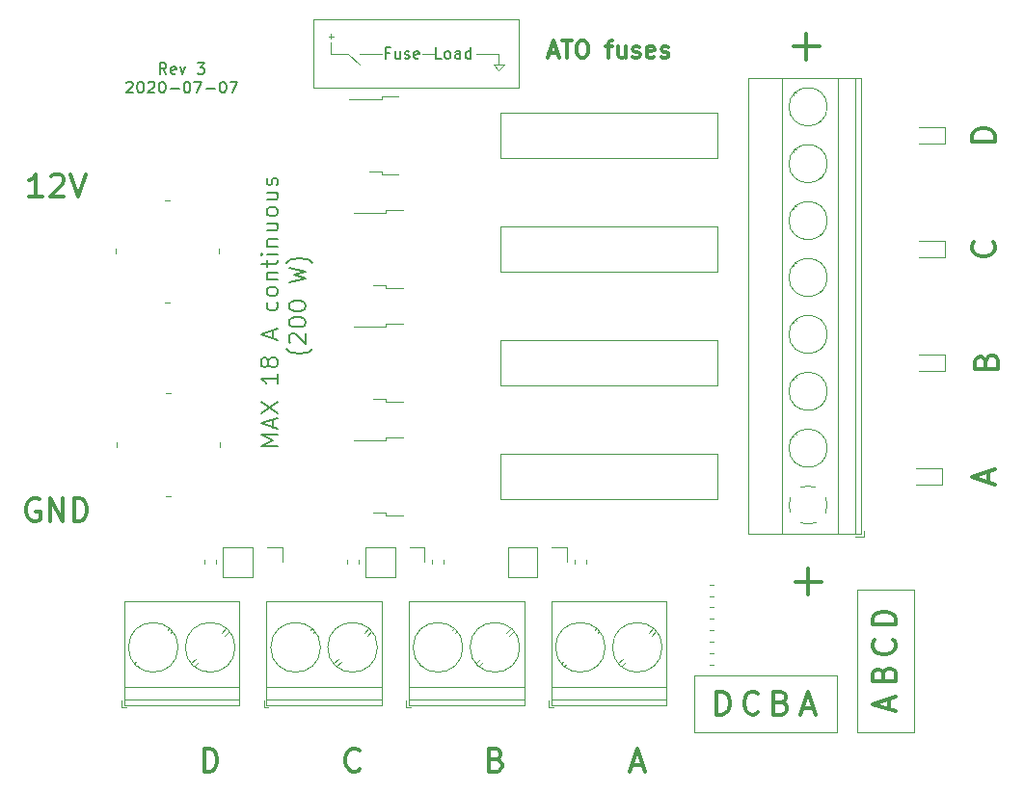
<source format=gbr>
G04 #@! TF.GenerationSoftware,KiCad,Pcbnew,(5.1.6)-1*
G04 #@! TF.CreationDate,2020-07-08T14:40:54+02:00*
G04 #@! TF.ProjectId,power-distribution,706f7765-722d-4646-9973-747269627574,rev?*
G04 #@! TF.SameCoordinates,Original*
G04 #@! TF.FileFunction,Legend,Top*
G04 #@! TF.FilePolarity,Positive*
%FSLAX46Y46*%
G04 Gerber Fmt 4.6, Leading zero omitted, Abs format (unit mm)*
G04 Created by KiCad (PCBNEW (5.1.6)-1) date 2020-07-08 14:40:54*
%MOMM*%
%LPD*%
G01*
G04 APERTURE LIST*
%ADD10C,0.300000*%
%ADD11C,0.200000*%
%ADD12C,0.120000*%
%ADD13C,0.150000*%
%ADD14C,0.100000*%
G04 APERTURE END LIST*
D10*
X52761904Y-97904761D02*
X51619047Y-97904761D01*
X52190476Y-97904761D02*
X52190476Y-95904761D01*
X52000000Y-96190476D01*
X51809523Y-96380952D01*
X51619047Y-96476190D01*
X53523809Y-96095238D02*
X53619047Y-96000000D01*
X53809523Y-95904761D01*
X54285714Y-95904761D01*
X54476190Y-96000000D01*
X54571428Y-96095238D01*
X54666666Y-96285714D01*
X54666666Y-96476190D01*
X54571428Y-96761904D01*
X53428571Y-97904761D01*
X54666666Y-97904761D01*
X55238095Y-95904761D02*
X55904761Y-97904761D01*
X56571428Y-95904761D01*
X52476190Y-124500000D02*
X52285714Y-124404761D01*
X52000000Y-124404761D01*
X51714285Y-124500000D01*
X51523809Y-124690476D01*
X51428571Y-124880952D01*
X51333333Y-125261904D01*
X51333333Y-125547619D01*
X51428571Y-125928571D01*
X51523809Y-126119047D01*
X51714285Y-126309523D01*
X52000000Y-126404761D01*
X52190476Y-126404761D01*
X52476190Y-126309523D01*
X52571428Y-126214285D01*
X52571428Y-125547619D01*
X52190476Y-125547619D01*
X53428571Y-126404761D02*
X53428571Y-124404761D01*
X54571428Y-126404761D01*
X54571428Y-124404761D01*
X55523809Y-126404761D02*
X55523809Y-124404761D01*
X56000000Y-124404761D01*
X56285714Y-124500000D01*
X56476190Y-124690476D01*
X56571428Y-124880952D01*
X56666666Y-125261904D01*
X56666666Y-125547619D01*
X56571428Y-125928571D01*
X56476190Y-126119047D01*
X56285714Y-126309523D01*
X56000000Y-126404761D01*
X55523809Y-126404761D01*
D11*
X73453571Y-119821428D02*
X71953571Y-119821428D01*
X73025000Y-119321428D01*
X71953571Y-118821428D01*
X73453571Y-118821428D01*
X73025000Y-118178571D02*
X73025000Y-117464285D01*
X73453571Y-118321428D02*
X71953571Y-117821428D01*
X73453571Y-117321428D01*
X71953571Y-116964285D02*
X73453571Y-115964285D01*
X71953571Y-115964285D02*
X73453571Y-116964285D01*
X73453571Y-113464285D02*
X73453571Y-114321428D01*
X73453571Y-113892857D02*
X71953571Y-113892857D01*
X72167857Y-114035714D01*
X72310714Y-114178571D01*
X72382142Y-114321428D01*
X72596428Y-112607142D02*
X72525000Y-112750000D01*
X72453571Y-112821428D01*
X72310714Y-112892857D01*
X72239285Y-112892857D01*
X72096428Y-112821428D01*
X72025000Y-112750000D01*
X71953571Y-112607142D01*
X71953571Y-112321428D01*
X72025000Y-112178571D01*
X72096428Y-112107142D01*
X72239285Y-112035714D01*
X72310714Y-112035714D01*
X72453571Y-112107142D01*
X72525000Y-112178571D01*
X72596428Y-112321428D01*
X72596428Y-112607142D01*
X72667857Y-112750000D01*
X72739285Y-112821428D01*
X72882142Y-112892857D01*
X73167857Y-112892857D01*
X73310714Y-112821428D01*
X73382142Y-112750000D01*
X73453571Y-112607142D01*
X73453571Y-112321428D01*
X73382142Y-112178571D01*
X73310714Y-112107142D01*
X73167857Y-112035714D01*
X72882142Y-112035714D01*
X72739285Y-112107142D01*
X72667857Y-112178571D01*
X72596428Y-112321428D01*
X73025000Y-110321428D02*
X73025000Y-109607142D01*
X73453571Y-110464285D02*
X71953571Y-109964285D01*
X73453571Y-109464285D01*
X73382142Y-107178571D02*
X73453571Y-107321428D01*
X73453571Y-107607142D01*
X73382142Y-107750000D01*
X73310714Y-107821428D01*
X73167857Y-107892857D01*
X72739285Y-107892857D01*
X72596428Y-107821428D01*
X72525000Y-107750000D01*
X72453571Y-107607142D01*
X72453571Y-107321428D01*
X72525000Y-107178571D01*
X73453571Y-106321428D02*
X73382142Y-106464285D01*
X73310714Y-106535714D01*
X73167857Y-106607142D01*
X72739285Y-106607142D01*
X72596428Y-106535714D01*
X72525000Y-106464285D01*
X72453571Y-106321428D01*
X72453571Y-106107142D01*
X72525000Y-105964285D01*
X72596428Y-105892857D01*
X72739285Y-105821428D01*
X73167857Y-105821428D01*
X73310714Y-105892857D01*
X73382142Y-105964285D01*
X73453571Y-106107142D01*
X73453571Y-106321428D01*
X72453571Y-105178571D02*
X73453571Y-105178571D01*
X72596428Y-105178571D02*
X72525000Y-105107142D01*
X72453571Y-104964285D01*
X72453571Y-104750000D01*
X72525000Y-104607142D01*
X72667857Y-104535714D01*
X73453571Y-104535714D01*
X72453571Y-104035714D02*
X72453571Y-103464285D01*
X71953571Y-103821428D02*
X73239285Y-103821428D01*
X73382142Y-103750000D01*
X73453571Y-103607142D01*
X73453571Y-103464285D01*
X73453571Y-102964285D02*
X72453571Y-102964285D01*
X71953571Y-102964285D02*
X72025000Y-103035714D01*
X72096428Y-102964285D01*
X72025000Y-102892857D01*
X71953571Y-102964285D01*
X72096428Y-102964285D01*
X72453571Y-102250000D02*
X73453571Y-102250000D01*
X72596428Y-102250000D02*
X72525000Y-102178571D01*
X72453571Y-102035714D01*
X72453571Y-101821428D01*
X72525000Y-101678571D01*
X72667857Y-101607142D01*
X73453571Y-101607142D01*
X72453571Y-100250000D02*
X73453571Y-100250000D01*
X72453571Y-100892857D02*
X73239285Y-100892857D01*
X73382142Y-100821428D01*
X73453571Y-100678571D01*
X73453571Y-100464285D01*
X73382142Y-100321428D01*
X73310714Y-100250000D01*
X73453571Y-99321428D02*
X73382142Y-99464285D01*
X73310714Y-99535714D01*
X73167857Y-99607142D01*
X72739285Y-99607142D01*
X72596428Y-99535714D01*
X72525000Y-99464285D01*
X72453571Y-99321428D01*
X72453571Y-99107142D01*
X72525000Y-98964285D01*
X72596428Y-98892857D01*
X72739285Y-98821428D01*
X73167857Y-98821428D01*
X73310714Y-98892857D01*
X73382142Y-98964285D01*
X73453571Y-99107142D01*
X73453571Y-99321428D01*
X72453571Y-97535714D02*
X73453571Y-97535714D01*
X72453571Y-98178571D02*
X73239285Y-98178571D01*
X73382142Y-98107142D01*
X73453571Y-97964285D01*
X73453571Y-97750000D01*
X73382142Y-97607142D01*
X73310714Y-97535714D01*
X73382142Y-96892857D02*
X73453571Y-96750000D01*
X73453571Y-96464285D01*
X73382142Y-96321428D01*
X73239285Y-96250000D01*
X73167857Y-96250000D01*
X73025000Y-96321428D01*
X72953571Y-96464285D01*
X72953571Y-96678571D01*
X72882142Y-96821428D01*
X72739285Y-96892857D01*
X72667857Y-96892857D01*
X72525000Y-96821428D01*
X72453571Y-96678571D01*
X72453571Y-96464285D01*
X72525000Y-96321428D01*
X76475000Y-111285714D02*
X76403571Y-111357142D01*
X76189285Y-111500000D01*
X76046428Y-111571428D01*
X75832142Y-111642857D01*
X75475000Y-111714285D01*
X75189285Y-111714285D01*
X74832142Y-111642857D01*
X74617857Y-111571428D01*
X74475000Y-111500000D01*
X74260714Y-111357142D01*
X74189285Y-111285714D01*
X74546428Y-110785714D02*
X74475000Y-110714285D01*
X74403571Y-110571428D01*
X74403571Y-110214285D01*
X74475000Y-110071428D01*
X74546428Y-110000000D01*
X74689285Y-109928571D01*
X74832142Y-109928571D01*
X75046428Y-110000000D01*
X75903571Y-110857142D01*
X75903571Y-109928571D01*
X74403571Y-109000000D02*
X74403571Y-108857142D01*
X74475000Y-108714285D01*
X74546428Y-108642857D01*
X74689285Y-108571428D01*
X74975000Y-108500000D01*
X75332142Y-108500000D01*
X75617857Y-108571428D01*
X75760714Y-108642857D01*
X75832142Y-108714285D01*
X75903571Y-108857142D01*
X75903571Y-109000000D01*
X75832142Y-109142857D01*
X75760714Y-109214285D01*
X75617857Y-109285714D01*
X75332142Y-109357142D01*
X74975000Y-109357142D01*
X74689285Y-109285714D01*
X74546428Y-109214285D01*
X74475000Y-109142857D01*
X74403571Y-109000000D01*
X74403571Y-107571428D02*
X74403571Y-107428571D01*
X74475000Y-107285714D01*
X74546428Y-107214285D01*
X74689285Y-107142857D01*
X74975000Y-107071428D01*
X75332142Y-107071428D01*
X75617857Y-107142857D01*
X75760714Y-107214285D01*
X75832142Y-107285714D01*
X75903571Y-107428571D01*
X75903571Y-107571428D01*
X75832142Y-107714285D01*
X75760714Y-107785714D01*
X75617857Y-107857142D01*
X75332142Y-107928571D01*
X74975000Y-107928571D01*
X74689285Y-107857142D01*
X74546428Y-107785714D01*
X74475000Y-107714285D01*
X74403571Y-107571428D01*
X74403571Y-105428571D02*
X75903571Y-105071428D01*
X74832142Y-104785714D01*
X75903571Y-104500000D01*
X74403571Y-104142857D01*
X76475000Y-103714285D02*
X76403571Y-103642857D01*
X76189285Y-103500000D01*
X76046428Y-103428571D01*
X75832142Y-103357142D01*
X75475000Y-103285714D01*
X75189285Y-103285714D01*
X74832142Y-103357142D01*
X74617857Y-103428571D01*
X74475000Y-103500000D01*
X74260714Y-103642857D01*
X74189285Y-103714285D01*
D10*
X92642857Y-147357142D02*
X92928571Y-147452380D01*
X93023809Y-147547619D01*
X93119047Y-147738095D01*
X93119047Y-148023809D01*
X93023809Y-148214285D01*
X92928571Y-148309523D01*
X92738095Y-148404761D01*
X91976190Y-148404761D01*
X91976190Y-146404761D01*
X92642857Y-146404761D01*
X92833333Y-146500000D01*
X92928571Y-146595238D01*
X93023809Y-146785714D01*
X93023809Y-146976190D01*
X92928571Y-147166666D01*
X92833333Y-147261904D01*
X92642857Y-147357142D01*
X91976190Y-147357142D01*
X104523809Y-147833333D02*
X105476190Y-147833333D01*
X104333333Y-148404761D02*
X105000000Y-146404761D01*
X105666666Y-148404761D01*
X80619047Y-148214285D02*
X80523809Y-148309523D01*
X80238095Y-148404761D01*
X80047619Y-148404761D01*
X79761904Y-148309523D01*
X79571428Y-148119047D01*
X79476190Y-147928571D01*
X79380952Y-147547619D01*
X79380952Y-147261904D01*
X79476190Y-146880952D01*
X79571428Y-146690476D01*
X79761904Y-146500000D01*
X80047619Y-146404761D01*
X80238095Y-146404761D01*
X80523809Y-146500000D01*
X80619047Y-146595238D01*
X66976190Y-148404761D02*
X66976190Y-146404761D01*
X67452380Y-146404761D01*
X67738095Y-146500000D01*
X67928571Y-146690476D01*
X68023809Y-146880952D01*
X68119047Y-147261904D01*
X68119047Y-147547619D01*
X68023809Y-147928571D01*
X67928571Y-148119047D01*
X67738095Y-148309523D01*
X67452380Y-148404761D01*
X66976190Y-148404761D01*
D12*
X76600000Y-82320000D02*
X77600000Y-82320000D01*
X76600000Y-88320000D02*
X76600000Y-82320000D01*
X94600000Y-88320000D02*
X76600000Y-88320000D01*
X94600000Y-82320000D02*
X94600000Y-88320000D01*
X77600000Y-82320000D02*
X94600000Y-82320000D01*
X87100000Y-85320000D02*
X86100000Y-85320000D01*
D13*
X83207142Y-85248571D02*
X82873809Y-85248571D01*
X82873809Y-85772380D02*
X82873809Y-84772380D01*
X83350000Y-84772380D01*
X84159523Y-85105714D02*
X84159523Y-85772380D01*
X83730952Y-85105714D02*
X83730952Y-85629523D01*
X83778571Y-85724761D01*
X83873809Y-85772380D01*
X84016666Y-85772380D01*
X84111904Y-85724761D01*
X84159523Y-85677142D01*
X84588095Y-85724761D02*
X84683333Y-85772380D01*
X84873809Y-85772380D01*
X84969047Y-85724761D01*
X85016666Y-85629523D01*
X85016666Y-85581904D01*
X84969047Y-85486666D01*
X84873809Y-85439047D01*
X84730952Y-85439047D01*
X84635714Y-85391428D01*
X84588095Y-85296190D01*
X84588095Y-85248571D01*
X84635714Y-85153333D01*
X84730952Y-85105714D01*
X84873809Y-85105714D01*
X84969047Y-85153333D01*
X85826190Y-85724761D02*
X85730952Y-85772380D01*
X85540476Y-85772380D01*
X85445238Y-85724761D01*
X85397619Y-85629523D01*
X85397619Y-85248571D01*
X85445238Y-85153333D01*
X85540476Y-85105714D01*
X85730952Y-85105714D01*
X85826190Y-85153333D01*
X85873809Y-85248571D01*
X85873809Y-85343809D01*
X85397619Y-85439047D01*
D12*
X93350000Y-86320000D02*
X92350000Y-86320000D01*
X92850000Y-86820000D02*
X93350000Y-86320000D01*
X92350000Y-86320000D02*
X92850000Y-86820000D01*
X92850000Y-85320000D02*
X92850000Y-86320000D01*
X90850000Y-85320000D02*
X92850000Y-85320000D01*
D13*
X87802380Y-85772380D02*
X87326190Y-85772380D01*
X87326190Y-84772380D01*
X88278571Y-85772380D02*
X88183333Y-85724761D01*
X88135714Y-85677142D01*
X88088095Y-85581904D01*
X88088095Y-85296190D01*
X88135714Y-85200952D01*
X88183333Y-85153333D01*
X88278571Y-85105714D01*
X88421428Y-85105714D01*
X88516666Y-85153333D01*
X88564285Y-85200952D01*
X88611904Y-85296190D01*
X88611904Y-85581904D01*
X88564285Y-85677142D01*
X88516666Y-85724761D01*
X88421428Y-85772380D01*
X88278571Y-85772380D01*
X89469047Y-85772380D02*
X89469047Y-85248571D01*
X89421428Y-85153333D01*
X89326190Y-85105714D01*
X89135714Y-85105714D01*
X89040476Y-85153333D01*
X89469047Y-85724761D02*
X89373809Y-85772380D01*
X89135714Y-85772380D01*
X89040476Y-85724761D01*
X88992857Y-85629523D01*
X88992857Y-85534285D01*
X89040476Y-85439047D01*
X89135714Y-85391428D01*
X89373809Y-85391428D01*
X89469047Y-85343809D01*
X90373809Y-85772380D02*
X90373809Y-84772380D01*
X90373809Y-85724761D02*
X90278571Y-85772380D01*
X90088095Y-85772380D01*
X89992857Y-85724761D01*
X89945238Y-85677142D01*
X89897619Y-85581904D01*
X89897619Y-85296190D01*
X89945238Y-85200952D01*
X89992857Y-85153333D01*
X90088095Y-85105714D01*
X90278571Y-85105714D01*
X90373809Y-85153333D01*
D12*
X80600000Y-85320000D02*
X82600000Y-85320000D01*
X78100000Y-83820000D02*
X78100000Y-83620000D01*
X78300000Y-83820000D02*
X77900000Y-83820000D01*
X78100000Y-83720000D02*
X78100000Y-84020000D01*
X78100000Y-85320000D02*
X78100000Y-84320000D01*
X79600000Y-85320000D02*
X80600000Y-86320000D01*
X78100000Y-85320000D02*
X79600000Y-85320000D01*
D13*
X63642857Y-87127380D02*
X63309523Y-86651190D01*
X63071428Y-87127380D02*
X63071428Y-86127380D01*
X63452380Y-86127380D01*
X63547619Y-86175000D01*
X63595238Y-86222619D01*
X63642857Y-86317857D01*
X63642857Y-86460714D01*
X63595238Y-86555952D01*
X63547619Y-86603571D01*
X63452380Y-86651190D01*
X63071428Y-86651190D01*
X64452380Y-87079761D02*
X64357142Y-87127380D01*
X64166666Y-87127380D01*
X64071428Y-87079761D01*
X64023809Y-86984523D01*
X64023809Y-86603571D01*
X64071428Y-86508333D01*
X64166666Y-86460714D01*
X64357142Y-86460714D01*
X64452380Y-86508333D01*
X64500000Y-86603571D01*
X64500000Y-86698809D01*
X64023809Y-86794047D01*
X64833333Y-86460714D02*
X65071428Y-87127380D01*
X65309523Y-86460714D01*
X66357142Y-86127380D02*
X66976190Y-86127380D01*
X66642857Y-86508333D01*
X66785714Y-86508333D01*
X66880952Y-86555952D01*
X66928571Y-86603571D01*
X66976190Y-86698809D01*
X66976190Y-86936904D01*
X66928571Y-87032142D01*
X66880952Y-87079761D01*
X66785714Y-87127380D01*
X66500000Y-87127380D01*
X66404761Y-87079761D01*
X66357142Y-87032142D01*
X60142857Y-87872619D02*
X60190476Y-87825000D01*
X60285714Y-87777380D01*
X60523809Y-87777380D01*
X60619047Y-87825000D01*
X60666666Y-87872619D01*
X60714285Y-87967857D01*
X60714285Y-88063095D01*
X60666666Y-88205952D01*
X60095238Y-88777380D01*
X60714285Y-88777380D01*
X61333333Y-87777380D02*
X61428571Y-87777380D01*
X61523809Y-87825000D01*
X61571428Y-87872619D01*
X61619047Y-87967857D01*
X61666666Y-88158333D01*
X61666666Y-88396428D01*
X61619047Y-88586904D01*
X61571428Y-88682142D01*
X61523809Y-88729761D01*
X61428571Y-88777380D01*
X61333333Y-88777380D01*
X61238095Y-88729761D01*
X61190476Y-88682142D01*
X61142857Y-88586904D01*
X61095238Y-88396428D01*
X61095238Y-88158333D01*
X61142857Y-87967857D01*
X61190476Y-87872619D01*
X61238095Y-87825000D01*
X61333333Y-87777380D01*
X62047619Y-87872619D02*
X62095238Y-87825000D01*
X62190476Y-87777380D01*
X62428571Y-87777380D01*
X62523809Y-87825000D01*
X62571428Y-87872619D01*
X62619047Y-87967857D01*
X62619047Y-88063095D01*
X62571428Y-88205952D01*
X62000000Y-88777380D01*
X62619047Y-88777380D01*
X63238095Y-87777380D02*
X63333333Y-87777380D01*
X63428571Y-87825000D01*
X63476190Y-87872619D01*
X63523809Y-87967857D01*
X63571428Y-88158333D01*
X63571428Y-88396428D01*
X63523809Y-88586904D01*
X63476190Y-88682142D01*
X63428571Y-88729761D01*
X63333333Y-88777380D01*
X63238095Y-88777380D01*
X63142857Y-88729761D01*
X63095238Y-88682142D01*
X63047619Y-88586904D01*
X63000000Y-88396428D01*
X63000000Y-88158333D01*
X63047619Y-87967857D01*
X63095238Y-87872619D01*
X63142857Y-87825000D01*
X63238095Y-87777380D01*
X64000000Y-88396428D02*
X64761904Y-88396428D01*
X65428571Y-87777380D02*
X65523809Y-87777380D01*
X65619047Y-87825000D01*
X65666666Y-87872619D01*
X65714285Y-87967857D01*
X65761904Y-88158333D01*
X65761904Y-88396428D01*
X65714285Y-88586904D01*
X65666666Y-88682142D01*
X65619047Y-88729761D01*
X65523809Y-88777380D01*
X65428571Y-88777380D01*
X65333333Y-88729761D01*
X65285714Y-88682142D01*
X65238095Y-88586904D01*
X65190476Y-88396428D01*
X65190476Y-88158333D01*
X65238095Y-87967857D01*
X65285714Y-87872619D01*
X65333333Y-87825000D01*
X65428571Y-87777380D01*
X66095238Y-87777380D02*
X66761904Y-87777380D01*
X66333333Y-88777380D01*
X67142857Y-88396428D02*
X67904761Y-88396428D01*
X68571428Y-87777380D02*
X68666666Y-87777380D01*
X68761904Y-87825000D01*
X68809523Y-87872619D01*
X68857142Y-87967857D01*
X68904761Y-88158333D01*
X68904761Y-88396428D01*
X68857142Y-88586904D01*
X68809523Y-88682142D01*
X68761904Y-88729761D01*
X68666666Y-88777380D01*
X68571428Y-88777380D01*
X68476190Y-88729761D01*
X68428571Y-88682142D01*
X68380952Y-88586904D01*
X68333333Y-88396428D01*
X68333333Y-88158333D01*
X68380952Y-87967857D01*
X68428571Y-87872619D01*
X68476190Y-87825000D01*
X68571428Y-87777380D01*
X69238095Y-87777380D02*
X69904761Y-87777380D01*
X69476190Y-88777380D01*
D12*
X124270000Y-132470000D02*
X129270000Y-132470000D01*
X129270000Y-132470000D02*
X129270000Y-144970000D01*
X124270000Y-144970000D02*
X124270000Y-132470000D01*
X129270000Y-144970000D02*
X124270000Y-144970000D01*
D10*
X127484285Y-136850952D02*
X127579523Y-136946190D01*
X127674761Y-137231904D01*
X127674761Y-137422380D01*
X127579523Y-137708095D01*
X127389047Y-137898571D01*
X127198571Y-137993809D01*
X126817619Y-138089047D01*
X126531904Y-138089047D01*
X126150952Y-137993809D01*
X125960476Y-137898571D01*
X125770000Y-137708095D01*
X125674761Y-137422380D01*
X125674761Y-137231904D01*
X125770000Y-136946190D01*
X125865238Y-136850952D01*
X127674761Y-135493809D02*
X125674761Y-135493809D01*
X125674761Y-135017619D01*
X125770000Y-134731904D01*
X125960476Y-134541428D01*
X126150952Y-134446190D01*
X126531904Y-134350952D01*
X126817619Y-134350952D01*
X127198571Y-134446190D01*
X127389047Y-134541428D01*
X127579523Y-134731904D01*
X127674761Y-135017619D01*
X127674761Y-135493809D01*
X127103333Y-142946190D02*
X127103333Y-141993809D01*
X127674761Y-143136666D02*
X125674761Y-142470000D01*
X127674761Y-141803333D01*
X126627142Y-139827142D02*
X126722380Y-139541428D01*
X126817619Y-139446190D01*
X127008095Y-139350952D01*
X127293809Y-139350952D01*
X127484285Y-139446190D01*
X127579523Y-139541428D01*
X127674761Y-139731904D01*
X127674761Y-140493809D01*
X125674761Y-140493809D01*
X125674761Y-139827142D01*
X125770000Y-139636666D01*
X125865238Y-139541428D01*
X126055714Y-139446190D01*
X126246190Y-139446190D01*
X126436666Y-139541428D01*
X126531904Y-139636666D01*
X126627142Y-139827142D01*
X126627142Y-140493809D01*
D12*
X110000000Y-145000000D02*
X110000000Y-140000000D01*
X122500000Y-145000000D02*
X110000000Y-145000000D01*
X122500000Y-140000000D02*
X122500000Y-145000000D01*
X110000000Y-140000000D02*
X122500000Y-140000000D01*
D10*
X97250000Y-85250000D02*
X97964285Y-85250000D01*
X97107142Y-85678571D02*
X97607142Y-84178571D01*
X98107142Y-85678571D01*
X98392857Y-84178571D02*
X99250000Y-84178571D01*
X98821428Y-85678571D02*
X98821428Y-84178571D01*
X100035714Y-84178571D02*
X100321428Y-84178571D01*
X100464285Y-84250000D01*
X100607142Y-84392857D01*
X100678571Y-84678571D01*
X100678571Y-85178571D01*
X100607142Y-85464285D01*
X100464285Y-85607142D01*
X100321428Y-85678571D01*
X100035714Y-85678571D01*
X99892857Y-85607142D01*
X99750000Y-85464285D01*
X99678571Y-85178571D01*
X99678571Y-84678571D01*
X99750000Y-84392857D01*
X99892857Y-84250000D01*
X100035714Y-84178571D01*
X102250000Y-84678571D02*
X102821428Y-84678571D01*
X102464285Y-85678571D02*
X102464285Y-84392857D01*
X102535714Y-84250000D01*
X102678571Y-84178571D01*
X102821428Y-84178571D01*
X103964285Y-84678571D02*
X103964285Y-85678571D01*
X103321428Y-84678571D02*
X103321428Y-85464285D01*
X103392857Y-85607142D01*
X103535714Y-85678571D01*
X103750000Y-85678571D01*
X103892857Y-85607142D01*
X103964285Y-85535714D01*
X104607142Y-85607142D02*
X104750000Y-85678571D01*
X105035714Y-85678571D01*
X105178571Y-85607142D01*
X105250000Y-85464285D01*
X105250000Y-85392857D01*
X105178571Y-85250000D01*
X105035714Y-85178571D01*
X104821428Y-85178571D01*
X104678571Y-85107142D01*
X104607142Y-84964285D01*
X104607142Y-84892857D01*
X104678571Y-84750000D01*
X104821428Y-84678571D01*
X105035714Y-84678571D01*
X105178571Y-84750000D01*
X106464285Y-85607142D02*
X106321428Y-85678571D01*
X106035714Y-85678571D01*
X105892857Y-85607142D01*
X105821428Y-85464285D01*
X105821428Y-84892857D01*
X105892857Y-84750000D01*
X106035714Y-84678571D01*
X106321428Y-84678571D01*
X106464285Y-84750000D01*
X106535714Y-84892857D01*
X106535714Y-85035714D01*
X105821428Y-85178571D01*
X107107142Y-85607142D02*
X107250000Y-85678571D01*
X107535714Y-85678571D01*
X107678571Y-85607142D01*
X107750000Y-85464285D01*
X107750000Y-85392857D01*
X107678571Y-85250000D01*
X107535714Y-85178571D01*
X107321428Y-85178571D01*
X107178571Y-85107142D01*
X107107142Y-84964285D01*
X107107142Y-84892857D01*
X107178571Y-84750000D01*
X107321428Y-84678571D01*
X107535714Y-84678571D01*
X107678571Y-84750000D01*
X118857142Y-131714285D02*
X121142857Y-131714285D01*
X120000000Y-132857142D02*
X120000000Y-130571428D01*
X118707142Y-84714285D02*
X120992857Y-84714285D01*
X119850000Y-85857142D02*
X119850000Y-83571428D01*
X136404761Y-93023809D02*
X134404761Y-93023809D01*
X134404761Y-92547619D01*
X134500000Y-92261904D01*
X134690476Y-92071428D01*
X134880952Y-91976190D01*
X135261904Y-91880952D01*
X135547619Y-91880952D01*
X135928571Y-91976190D01*
X136119047Y-92071428D01*
X136309523Y-92261904D01*
X136404761Y-92547619D01*
X136404761Y-93023809D01*
X136214285Y-101880952D02*
X136309523Y-101976190D01*
X136404761Y-102261904D01*
X136404761Y-102452380D01*
X136309523Y-102738095D01*
X136119047Y-102928571D01*
X135928571Y-103023809D01*
X135547619Y-103119047D01*
X135261904Y-103119047D01*
X134880952Y-103023809D01*
X134690476Y-102928571D01*
X134500000Y-102738095D01*
X134404761Y-102452380D01*
X134404761Y-102261904D01*
X134500000Y-101976190D01*
X134595238Y-101880952D01*
X135607142Y-112357142D02*
X135702380Y-112071428D01*
X135797619Y-111976190D01*
X135988095Y-111880952D01*
X136273809Y-111880952D01*
X136464285Y-111976190D01*
X136559523Y-112071428D01*
X136654761Y-112261904D01*
X136654761Y-113023809D01*
X134654761Y-113023809D01*
X134654761Y-112357142D01*
X134750000Y-112166666D01*
X134845238Y-112071428D01*
X135035714Y-111976190D01*
X135226190Y-111976190D01*
X135416666Y-112071428D01*
X135511904Y-112166666D01*
X135607142Y-112357142D01*
X135607142Y-113023809D01*
X135833333Y-122976190D02*
X135833333Y-122023809D01*
X136404761Y-123166666D02*
X134404761Y-122500000D01*
X136404761Y-121833333D01*
X111976190Y-143404761D02*
X111976190Y-141404761D01*
X112452380Y-141404761D01*
X112738095Y-141500000D01*
X112928571Y-141690476D01*
X113023809Y-141880952D01*
X113119047Y-142261904D01*
X113119047Y-142547619D01*
X113023809Y-142928571D01*
X112928571Y-143119047D01*
X112738095Y-143309523D01*
X112452380Y-143404761D01*
X111976190Y-143404761D01*
X115619047Y-143214285D02*
X115523809Y-143309523D01*
X115238095Y-143404761D01*
X115047619Y-143404761D01*
X114761904Y-143309523D01*
X114571428Y-143119047D01*
X114476190Y-142928571D01*
X114380952Y-142547619D01*
X114380952Y-142261904D01*
X114476190Y-141880952D01*
X114571428Y-141690476D01*
X114761904Y-141500000D01*
X115047619Y-141404761D01*
X115238095Y-141404761D01*
X115523809Y-141500000D01*
X115619047Y-141595238D01*
X117642857Y-142357142D02*
X117928571Y-142452380D01*
X118023809Y-142547619D01*
X118119047Y-142738095D01*
X118119047Y-143023809D01*
X118023809Y-143214285D01*
X117928571Y-143309523D01*
X117738095Y-143404761D01*
X116976190Y-143404761D01*
X116976190Y-141404761D01*
X117642857Y-141404761D01*
X117833333Y-141500000D01*
X117928571Y-141595238D01*
X118023809Y-141785714D01*
X118023809Y-141976190D01*
X117928571Y-142166666D01*
X117833333Y-142261904D01*
X117642857Y-142357142D01*
X116976190Y-142357142D01*
X119523809Y-142833333D02*
X120476190Y-142833333D01*
X119333333Y-143404761D02*
X120000000Y-141404761D01*
X120666666Y-143404761D01*
D12*
X97200000Y-142800000D02*
X97600000Y-142800000D01*
X97200000Y-142160000D02*
X97200000Y-142800000D01*
X103742000Y-138492000D02*
X103347000Y-138888000D01*
X106388000Y-135846000D02*
X106008000Y-136226000D01*
X103993000Y-138774000D02*
X103613000Y-139154000D01*
X106654000Y-136112000D02*
X106259000Y-136508000D01*
X98452000Y-138781000D02*
X98346000Y-138888000D01*
X101388000Y-135846000D02*
X101281000Y-135953000D01*
X98718000Y-139047000D02*
X98612000Y-139154000D01*
X101654000Y-136112000D02*
X101547000Y-136219000D01*
X107560000Y-133440000D02*
X107560000Y-142560000D01*
X97440000Y-133440000D02*
X97440000Y-142560000D01*
X97440000Y-142560000D02*
X107560000Y-142560000D01*
X97440000Y-133440000D02*
X107560000Y-133440000D01*
X97440000Y-141000000D02*
X107560000Y-141000000D01*
X97440000Y-142100000D02*
X107560000Y-142100000D01*
X107180000Y-137500000D02*
G75*
G03*
X107180000Y-137500000I-2180000J0D01*
G01*
X102180000Y-137500000D02*
G75*
G03*
X102180000Y-137500000I-2180000J0D01*
G01*
X89680000Y-137500000D02*
G75*
G03*
X89680000Y-137500000I-2180000J0D01*
G01*
X94680000Y-137500000D02*
G75*
G03*
X94680000Y-137500000I-2180000J0D01*
G01*
X84940000Y-142100000D02*
X95060000Y-142100000D01*
X84940000Y-141000000D02*
X95060000Y-141000000D01*
X84940000Y-133440000D02*
X95060000Y-133440000D01*
X84940000Y-142560000D02*
X95060000Y-142560000D01*
X84940000Y-133440000D02*
X84940000Y-142560000D01*
X95060000Y-133440000D02*
X95060000Y-142560000D01*
X89154000Y-136112000D02*
X89047000Y-136219000D01*
X86218000Y-139047000D02*
X86112000Y-139154000D01*
X88888000Y-135846000D02*
X88781000Y-135953000D01*
X85952000Y-138781000D02*
X85846000Y-138888000D01*
X94154000Y-136112000D02*
X93759000Y-136508000D01*
X91493000Y-138774000D02*
X91113000Y-139154000D01*
X93888000Y-135846000D02*
X93508000Y-136226000D01*
X91242000Y-138492000D02*
X90847000Y-138888000D01*
X84700000Y-142160000D02*
X84700000Y-142800000D01*
X84700000Y-142800000D02*
X85100000Y-142800000D01*
X72200000Y-142800000D02*
X72600000Y-142800000D01*
X72200000Y-142160000D02*
X72200000Y-142800000D01*
X78742000Y-138492000D02*
X78347000Y-138888000D01*
X81388000Y-135846000D02*
X81008000Y-136226000D01*
X78993000Y-138774000D02*
X78613000Y-139154000D01*
X81654000Y-136112000D02*
X81259000Y-136508000D01*
X73452000Y-138781000D02*
X73346000Y-138888000D01*
X76388000Y-135846000D02*
X76281000Y-135953000D01*
X73718000Y-139047000D02*
X73612000Y-139154000D01*
X76654000Y-136112000D02*
X76547000Y-136219000D01*
X82560000Y-133440000D02*
X82560000Y-142560000D01*
X72440000Y-133440000D02*
X72440000Y-142560000D01*
X72440000Y-142560000D02*
X82560000Y-142560000D01*
X72440000Y-133440000D02*
X82560000Y-133440000D01*
X72440000Y-141000000D02*
X82560000Y-141000000D01*
X72440000Y-142100000D02*
X82560000Y-142100000D01*
X82180000Y-137500000D02*
G75*
G03*
X82180000Y-137500000I-2180000J0D01*
G01*
X77180000Y-137500000D02*
G75*
G03*
X77180000Y-137500000I-2180000J0D01*
G01*
X64680000Y-137500000D02*
G75*
G03*
X64680000Y-137500000I-2180000J0D01*
G01*
X69680000Y-137500000D02*
G75*
G03*
X69680000Y-137500000I-2180000J0D01*
G01*
X59940000Y-142100000D02*
X70060000Y-142100000D01*
X59940000Y-141000000D02*
X70060000Y-141000000D01*
X59940000Y-133440000D02*
X70060000Y-133440000D01*
X59940000Y-142560000D02*
X70060000Y-142560000D01*
X59940000Y-133440000D02*
X59940000Y-142560000D01*
X70060000Y-133440000D02*
X70060000Y-142560000D01*
X64154000Y-136112000D02*
X64047000Y-136219000D01*
X61218000Y-139047000D02*
X61112000Y-139154000D01*
X63888000Y-135846000D02*
X63781000Y-135953000D01*
X60952000Y-138781000D02*
X60846000Y-138888000D01*
X69154000Y-136112000D02*
X68759000Y-136508000D01*
X66493000Y-138774000D02*
X66113000Y-139154000D01*
X68888000Y-135846000D02*
X68508000Y-136226000D01*
X66242000Y-138492000D02*
X65847000Y-138888000D01*
X59700000Y-142160000D02*
X59700000Y-142800000D01*
X59700000Y-142800000D02*
X60100000Y-142800000D01*
X93000000Y-120500000D02*
X93000000Y-122500000D01*
X112000000Y-120500000D02*
X93000000Y-120500000D01*
X112000000Y-124500000D02*
X112000000Y-120500000D01*
X93000000Y-124500000D02*
X112000000Y-124500000D01*
X93000000Y-122500000D02*
X93000000Y-124500000D01*
X93000000Y-110500000D02*
X93000000Y-112500000D01*
X112000000Y-110500000D02*
X93000000Y-110500000D01*
X112000000Y-114500000D02*
X112000000Y-110500000D01*
X93000000Y-114500000D02*
X112000000Y-114500000D01*
X93000000Y-112500000D02*
X93000000Y-114500000D01*
X93000000Y-100500000D02*
X93000000Y-102500000D01*
X112000000Y-100500000D02*
X93000000Y-100500000D01*
X112000000Y-104500000D02*
X112000000Y-100500000D01*
X93000000Y-104500000D02*
X112000000Y-104500000D01*
X93000000Y-102500000D02*
X93000000Y-104500000D01*
X93000000Y-90500000D02*
X93000000Y-92500000D01*
X112000000Y-90500000D02*
X93000000Y-90500000D01*
X112000000Y-94500000D02*
X112000000Y-90500000D01*
X93000000Y-94500000D02*
X112000000Y-94500000D01*
X93000000Y-92500000D02*
X93000000Y-94500000D01*
X93630000Y-128670000D02*
X93630000Y-131330000D01*
X96230000Y-128670000D02*
X93630000Y-128670000D01*
X96230000Y-131330000D02*
X93630000Y-131330000D01*
X96230000Y-128670000D02*
X96230000Y-131330000D01*
X97500000Y-128670000D02*
X98830000Y-128670000D01*
X98830000Y-128670000D02*
X98830000Y-130000000D01*
X86330000Y-128670000D02*
X86330000Y-130000000D01*
X85000000Y-128670000D02*
X86330000Y-128670000D01*
X83730000Y-128670000D02*
X83730000Y-131330000D01*
X83730000Y-131330000D02*
X81130000Y-131330000D01*
X83730000Y-128670000D02*
X81130000Y-128670000D01*
X81130000Y-128670000D02*
X81130000Y-131330000D01*
X68630000Y-128670000D02*
X68630000Y-131330000D01*
X71230000Y-128670000D02*
X68630000Y-128670000D01*
X71230000Y-131330000D02*
X68630000Y-131330000D01*
X71230000Y-128670000D02*
X71230000Y-131330000D01*
X72500000Y-128670000D02*
X73830000Y-128670000D01*
X73830000Y-128670000D02*
X73830000Y-130000000D01*
X84430000Y-119050000D02*
X82930000Y-119050000D01*
X82930000Y-119050000D02*
X82930000Y-119320000D01*
X82930000Y-119320000D02*
X80100000Y-119320000D01*
X84430000Y-125950000D02*
X82930000Y-125950000D01*
X82930000Y-125950000D02*
X82930000Y-125680000D01*
X82930000Y-125680000D02*
X81830000Y-125680000D01*
X82930000Y-115680000D02*
X81830000Y-115680000D01*
X82930000Y-115950000D02*
X82930000Y-115680000D01*
X84430000Y-115950000D02*
X82930000Y-115950000D01*
X82930000Y-109320000D02*
X80100000Y-109320000D01*
X82930000Y-109050000D02*
X82930000Y-109320000D01*
X84430000Y-109050000D02*
X82930000Y-109050000D01*
X84430000Y-99050000D02*
X82930000Y-99050000D01*
X82930000Y-99050000D02*
X82930000Y-99320000D01*
X82930000Y-99320000D02*
X80100000Y-99320000D01*
X84430000Y-105950000D02*
X82930000Y-105950000D01*
X82930000Y-105950000D02*
X82930000Y-105680000D01*
X82930000Y-105680000D02*
X81830000Y-105680000D01*
X82530000Y-95680000D02*
X81430000Y-95680000D01*
X82530000Y-95950000D02*
X82530000Y-95680000D01*
X84030000Y-95950000D02*
X82530000Y-95950000D01*
X82530000Y-89320000D02*
X79700000Y-89320000D01*
X82530000Y-89050000D02*
X82530000Y-89320000D01*
X84030000Y-89050000D02*
X82530000Y-89050000D01*
X99490000Y-129828733D02*
X99490000Y-130171267D01*
X100510000Y-129828733D02*
X100510000Y-130171267D01*
X88010000Y-129828733D02*
X88010000Y-130171267D01*
X86990000Y-129828733D02*
X86990000Y-130171267D01*
X80510000Y-129828733D02*
X80510000Y-130171267D01*
X79490000Y-129828733D02*
X79490000Y-130171267D01*
X66990000Y-129828733D02*
X66990000Y-130171267D01*
X68010000Y-129828733D02*
X68010000Y-130171267D01*
X121680000Y-120000000D02*
G75*
G03*
X121680000Y-120000000I-1680000J0D01*
G01*
X121680000Y-115000000D02*
G75*
G03*
X121680000Y-115000000I-1680000J0D01*
G01*
X121680000Y-110000000D02*
G75*
G03*
X121680000Y-110000000I-1680000J0D01*
G01*
X121680000Y-105000000D02*
G75*
G03*
X121680000Y-105000000I-1680000J0D01*
G01*
X121680000Y-100000000D02*
G75*
G03*
X121680000Y-100000000I-1680000J0D01*
G01*
X121680000Y-95000000D02*
G75*
G03*
X121680000Y-95000000I-1680000J0D01*
G01*
X121680000Y-90000000D02*
G75*
G03*
X121680000Y-90000000I-1680000J0D01*
G01*
X124100000Y-127560000D02*
X124100000Y-87440000D01*
X122600000Y-127560000D02*
X122600000Y-87440000D01*
X117699000Y-127560000D02*
X117699000Y-87440000D01*
X114739000Y-127560000D02*
X114739000Y-87440000D01*
X124660000Y-127560000D02*
X124660000Y-87440000D01*
X114739000Y-127560000D02*
X124660000Y-127560000D01*
X114739000Y-87440000D02*
X124660000Y-87440000D01*
X118931000Y-118725000D02*
X118977000Y-118772000D01*
X121239000Y-121034000D02*
X121274000Y-121069000D01*
X118725000Y-118930000D02*
X118761000Y-118965000D01*
X121023000Y-121227000D02*
X121069000Y-121274000D01*
X118931000Y-113725000D02*
X118977000Y-113772000D01*
X121239000Y-116034000D02*
X121274000Y-116069000D01*
X118725000Y-113930000D02*
X118761000Y-113965000D01*
X121023000Y-116227000D02*
X121069000Y-116274000D01*
X118931000Y-108725000D02*
X118977000Y-108772000D01*
X121239000Y-111034000D02*
X121274000Y-111069000D01*
X118725000Y-108930000D02*
X118761000Y-108965000D01*
X121023000Y-111227000D02*
X121069000Y-111274000D01*
X118931000Y-103725000D02*
X118977000Y-103772000D01*
X121239000Y-106034000D02*
X121274000Y-106069000D01*
X118725000Y-103930000D02*
X118761000Y-103965000D01*
X121023000Y-106227000D02*
X121069000Y-106274000D01*
X118931000Y-98725000D02*
X118977000Y-98772000D01*
X121239000Y-101034000D02*
X121274000Y-101069000D01*
X118725000Y-98930000D02*
X118761000Y-98965000D01*
X121023000Y-101227000D02*
X121069000Y-101274000D01*
X118931000Y-93725000D02*
X118977000Y-93772000D01*
X121239000Y-96034000D02*
X121274000Y-96069000D01*
X118725000Y-93930000D02*
X118761000Y-93965000D01*
X121023000Y-96227000D02*
X121069000Y-96274000D01*
X118931000Y-88725000D02*
X118977000Y-88772000D01*
X121239000Y-91034000D02*
X121274000Y-91069000D01*
X118725000Y-88930000D02*
X118761000Y-88965000D01*
X121023000Y-91227000D02*
X121069000Y-91274000D01*
X124160000Y-127800000D02*
X124900000Y-127800000D01*
X124900000Y-127800000D02*
X124900000Y-127300000D01*
X121534756Y-124316682D02*
G75*
G02*
X121680000Y-125000000I-1534756J-683318D01*
G01*
X119316958Y-123464574D02*
G75*
G02*
X120684000Y-123465000I683042J-1535426D01*
G01*
X118464574Y-125683042D02*
G75*
G02*
X118465000Y-124316000I1535426J683042D01*
G01*
X120683042Y-126535426D02*
G75*
G02*
X119316000Y-126535000I-683042J1535426D01*
G01*
X121680253Y-124971195D02*
G75*
G02*
X121535000Y-125684000I-1680253J-28805D01*
G01*
D14*
X59230000Y-102490000D02*
X59230000Y-102890000D01*
X63530000Y-107190000D02*
X63930000Y-107190000D01*
X68230000Y-102490000D02*
X68230000Y-102890000D01*
X63530000Y-98190000D02*
X63930000Y-98190000D01*
X63610000Y-115190000D02*
X64010000Y-115190000D01*
X68310000Y-119490000D02*
X68310000Y-119890000D01*
X63610000Y-124190000D02*
X64010000Y-124190000D01*
X59310000Y-119490000D02*
X59310000Y-119890000D01*
D12*
X131772500Y-121765000D02*
X129487500Y-121765000D01*
X131772500Y-123235000D02*
X131772500Y-121765000D01*
X129487500Y-123235000D02*
X131772500Y-123235000D01*
X129700000Y-113235000D02*
X131985000Y-113235000D01*
X131985000Y-113235000D02*
X131985000Y-111765000D01*
X131985000Y-111765000D02*
X129700000Y-111765000D01*
X131985000Y-101765000D02*
X129700000Y-101765000D01*
X131985000Y-103235000D02*
X131985000Y-101765000D01*
X129700000Y-103235000D02*
X131985000Y-103235000D01*
X129700000Y-93235000D02*
X131985000Y-93235000D01*
X131985000Y-93235000D02*
X131985000Y-91765000D01*
X131985000Y-91765000D02*
X129700000Y-91765000D01*
X111337221Y-131990000D02*
X111662779Y-131990000D01*
X111337221Y-133010000D02*
X111662779Y-133010000D01*
X111337221Y-135010000D02*
X111662779Y-135010000D01*
X111337221Y-133990000D02*
X111662779Y-133990000D01*
X111337221Y-135990000D02*
X111662779Y-135990000D01*
X111337221Y-137010000D02*
X111662779Y-137010000D01*
X111337221Y-139010000D02*
X111662779Y-139010000D01*
X111337221Y-137990000D02*
X111662779Y-137990000D01*
M02*

</source>
